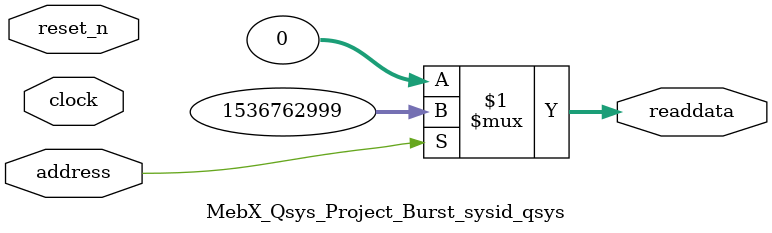
<source format=v>



// synthesis translate_off
`timescale 1ns / 1ps
// synthesis translate_on

// turn off superfluous verilog processor warnings 
// altera message_level Level1 
// altera message_off 10034 10035 10036 10037 10230 10240 10030 

module MebX_Qsys_Project_Burst_sysid_qsys (
               // inputs:
                address,
                clock,
                reset_n,

               // outputs:
                readdata
             )
;

  output  [ 31: 0] readdata;
  input            address;
  input            clock;
  input            reset_n;

  wire    [ 31: 0] readdata;
  //control_slave, which is an e_avalon_slave
  assign readdata = address ? 1536762999 : 0;

endmodule



</source>
